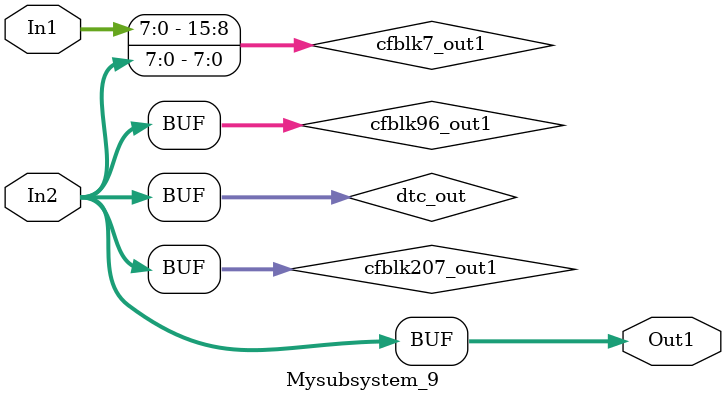
<source format=v>



`timescale 1 ns / 1 ns

module Mysubsystem_9
          (In1,
           In2,
           Out1);


  input   [7:0] In1;  // uint8
  input   [7:0] In2;  // uint8
  output  [7:0] Out1;  // uint8


  wire [15:0] cfblk7_out1;  // uint16
  wire [7:0] cfblk207_out1;  // uint8
  wire [7:0] dtc_out;  // ufix8
  wire [7:0] cfblk96_out1;  // uint8


  assign cfblk7_out1 = {In1, In2};



  assign cfblk207_out1 = cfblk7_out1[7:0];



  assign dtc_out = cfblk207_out1;



  assign cfblk96_out1 = dtc_out;



  assign Out1 = cfblk96_out1;

endmodule  // Mysubsystem_9


</source>
